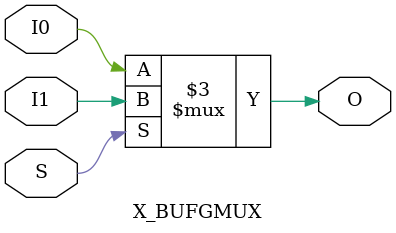
<source format=v>

`timescale 1 ps/1 ps

module X_BUFGMUX (O, I0, I1, S);

    output O;

    input  I0, I1, S;

    reg    O;
    
        always @(I0 or I1 or S) begin

            if (S)
                O <= I1;

            else
                O <= I0;

        end

endmodule

</source>
